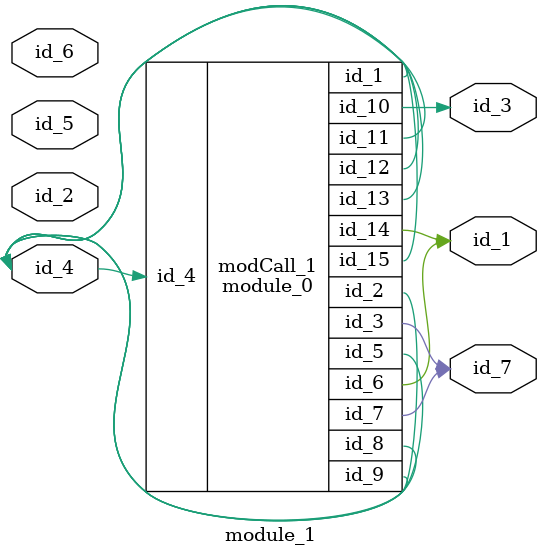
<source format=v>
module module_0 (
    id_1,
    id_2,
    id_3,
    id_4,
    id_5,
    id_6,
    id_7,
    id_8,
    id_9,
    id_10,
    id_11,
    id_12,
    id_13,
    id_14,
    id_15
);
  inout wire id_15;
  output wire id_14;
  inout wire id_13;
  inout wire id_12;
  inout wire id_11;
  output wire id_10;
  inout wire id_9;
  inout wire id_8;
  output wire id_7;
  output wire id_6;
  output wire id_5;
  input wire id_4;
  output wire id_3;
  inout wire id_2;
  output wire id_1;
endmodule
module module_1 (
    id_1,
    id_2,
    id_3,
    id_4,
    id_5,
    id_6,
    id_7
);
  output wire id_7;
  input wire id_6;
  module_0 modCall_1 (
      id_4,
      id_4,
      id_7,
      id_4,
      id_4,
      id_1,
      id_7,
      id_4,
      id_4,
      id_3,
      id_4,
      id_4,
      id_4,
      id_1,
      id_4
  );
  input wire id_5;
  inout wire id_4;
  output wire id_3;
  input wire id_2;
  output wire id_1;
  wire id_8;
  ;
  wire id_9;
endmodule

</source>
